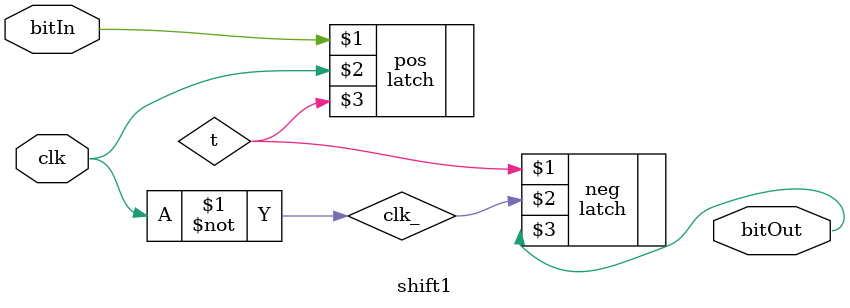
<source format=v>
module shift1 (bitIn, clk, bitOut);
  output bitOut;
  input bitIn, clk;
  
  not (clk_, clk);
  latch pos (bitIn, clk, t),
        neg (t,     clk_, bitOut);
endmodule


</source>
